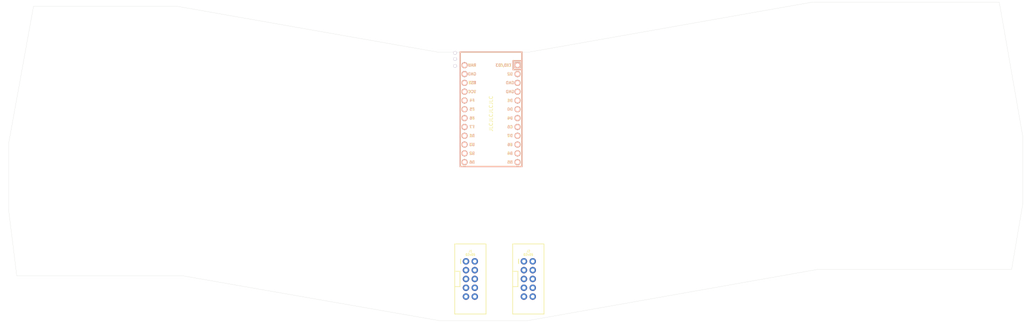
<source format=kicad_pcb>
(kicad_pcb (version 20171130) (host pcbnew 5.1.10)

  (general
    (thickness 1.6)
    (drawings 17)
    (tracks 0)
    (zones 0)
    (modules 4)
    (nets 24)
  )

  (page A4)
  (layers
    (0 F.Cu signal)
    (31 B.Cu signal)
    (32 B.Adhes user)
    (33 F.Adhes user)
    (34 B.Paste user)
    (35 F.Paste user)
    (36 B.SilkS user)
    (37 F.SilkS user)
    (38 B.Mask user)
    (39 F.Mask user)
    (40 Dwgs.User user)
    (41 Cmts.User user)
    (42 Eco1.User user)
    (43 Eco2.User user)
    (44 Edge.Cuts user)
    (45 Margin user)
    (46 B.CrtYd user)
    (47 F.CrtYd user)
    (48 B.Fab user)
    (49 F.Fab user)
  )

  (setup
    (last_trace_width 0.25)
    (trace_clearance 0.2)
    (zone_clearance 0.508)
    (zone_45_only no)
    (trace_min 0.2)
    (via_size 0.8)
    (via_drill 0.4)
    (via_min_size 0.4)
    (via_min_drill 0.3)
    (uvia_size 0.3)
    (uvia_drill 0.1)
    (uvias_allowed no)
    (uvia_min_size 0.2)
    (uvia_min_drill 0.1)
    (edge_width 0.05)
    (segment_width 0.2)
    (pcb_text_width 0.3)
    (pcb_text_size 1.5 1.5)
    (mod_edge_width 0.12)
    (mod_text_size 1 1)
    (mod_text_width 0.15)
    (pad_size 1.7526 2.0574)
    (pad_drill 1.0922)
    (pad_to_mask_clearance 0.051)
    (solder_mask_min_width 0.25)
    (aux_axis_origin 0 0)
    (visible_elements 7FFFFFFF)
    (pcbplotparams
      (layerselection 0x01000_7ffffffe)
      (usegerberextensions false)
      (usegerberattributes false)
      (usegerberadvancedattributes false)
      (creategerberjobfile false)
      (excludeedgelayer true)
      (linewidth 0.100000)
      (plotframeref false)
      (viasonmask false)
      (mode 1)
      (useauxorigin false)
      (hpglpennumber 1)
      (hpglpenspeed 20)
      (hpglpendiameter 15.000000)
      (psnegative false)
      (psa4output false)
      (plotreference true)
      (plotvalue true)
      (plotinvisibletext false)
      (padsonsilk false)
      (subtractmaskfromsilk false)
      (outputformat 3)
      (mirror false)
      (drillshape 0)
      (scaleselection 1)
      (outputdirectory "gerber/"))
  )

  (net 0 "")
  (net 1 COL0)
  (net 2 COL1)
  (net 3 COL2)
  (net 4 COL3)
  (net 5 COL4)
  (net 6 COL5)
  (net 7 COL6)
  (net 8 COL7)
  (net 9 COL8)
  (net 10 COL9)
  (net 11 ROW0)
  (net 12 ROW1)
  (net 13 ROW2)
  (net 14 ROW3)
  (net 15 COL10)
  (net 16 COL11)
  (net 17 COL12)
  (net 18 COL1A)
  (net 19 COL0A)
  (net 20 COL2A)
  (net 21 COL3A)
  (net 22 COL4A)
  (net 23 COL5A)

  (net_class Default "This is the default net class."
    (clearance 0.2)
    (trace_width 0.25)
    (via_dia 0.8)
    (via_drill 0.4)
    (uvia_dia 0.3)
    (uvia_drill 0.1)
    (add_net COL0)
    (add_net COL0A)
    (add_net COL1)
    (add_net COL10)
    (add_net COL11)
    (add_net COL12)
    (add_net COL1A)
    (add_net COL2)
    (add_net COL2A)
    (add_net COL3)
    (add_net COL3A)
    (add_net COL4)
    (add_net COL4A)
    (add_net COL5)
    (add_net COL5A)
    (add_net COL6)
    (add_net COL7)
    (add_net COL8)
    (add_net COL9)
    (add_net ROW0)
    (add_net ROW1)
    (add_net ROW2)
    (add_net ROW3)
  )

  (module footprints:promicro (layer B.Cu) (tedit 6007E776) (tstamp 5E28AA83)
    (at 138.7475 48.006 270)
    (path /5E2C8BA7)
    (fp_text reference U1 (at 0 -1.625 90) (layer B.SilkS) hide
      (effects (font (size 1.27 1.524) (thickness 0.2032)) (justify mirror))
    )
    (fp_text value ProMicro (at 0 0 90) (layer B.SilkS) hide
      (effects (font (size 1.27 1.524) (thickness 0.2032)) (justify mirror))
    )
    (fp_line (start -12.7 -6.35) (end -12.7 -8.89) (layer F.SilkS) (width 0.381))
    (fp_line (start -15.24 -6.35) (end -12.7 -6.35) (layer F.SilkS) (width 0.381))
    (fp_line (start -15.24 -8.89) (end 15.24 -8.89) (layer B.SilkS) (width 0.381))
    (fp_line (start 15.24 -8.89) (end 15.24 8.89) (layer B.SilkS) (width 0.381))
    (fp_line (start 15.24 8.89) (end -15.24 8.89) (layer B.SilkS) (width 0.381))
    (fp_line (start -15.24 -6.35) (end -12.7 -6.35) (layer B.SilkS) (width 0.381))
    (fp_line (start -12.7 -6.35) (end -12.7 -8.89) (layer B.SilkS) (width 0.381))
    (fp_poly (pts (xy -9.36064 4.931568) (xy -9.06064 4.931568) (xy -9.06064 4.831568) (xy -9.36064 4.831568)) (layer B.SilkS) (width 0.15))
    (fp_poly (pts (xy -8.96064 4.731568) (xy -8.86064 4.731568) (xy -8.86064 4.631568) (xy -8.96064 4.631568)) (layer B.SilkS) (width 0.15))
    (fp_poly (pts (xy -9.36064 4.931568) (xy -9.26064 4.931568) (xy -9.26064 4.431568) (xy -9.36064 4.431568)) (layer B.SilkS) (width 0.15))
    (fp_poly (pts (xy -9.36064 4.531568) (xy -8.56064 4.531568) (xy -8.56064 4.431568) (xy -9.36064 4.431568)) (layer B.SilkS) (width 0.15))
    (fp_poly (pts (xy -8.76064 4.931568) (xy -8.56064 4.931568) (xy -8.56064 4.831568) (xy -8.76064 4.831568)) (layer B.SilkS) (width 0.15))
    (fp_poly (pts (xy -8.95097 6.044635) (xy -8.85097 6.044635) (xy -8.85097 6.144635) (xy -8.95097 6.144635)) (layer F.SilkS) (width 0.15))
    (fp_poly (pts (xy -9.35097 6.244635) (xy -8.55097 6.244635) (xy -8.55097 6.344635) (xy -9.35097 6.344635)) (layer F.SilkS) (width 0.15))
    (fp_poly (pts (xy -8.75097 5.844635) (xy -8.55097 5.844635) (xy -8.55097 5.944635) (xy -8.75097 5.944635)) (layer F.SilkS) (width 0.15))
    (fp_poly (pts (xy -9.35097 5.844635) (xy -9.05097 5.844635) (xy -9.05097 5.944635) (xy -9.35097 5.944635)) (layer F.SilkS) (width 0.15))
    (fp_poly (pts (xy -9.35097 5.844635) (xy -9.25097 5.844635) (xy -9.25097 6.344635) (xy -9.35097 6.344635)) (layer F.SilkS) (width 0.15))
    (fp_line (start 15.24 8.89) (end -17.78 8.89) (layer F.SilkS) (width 0.381))
    (fp_line (start 15.24 -8.89) (end 15.24 8.89) (layer F.SilkS) (width 0.381))
    (fp_line (start -17.78 -8.89) (end 15.24 -8.89) (layer F.SilkS) (width 0.381))
    (fp_line (start -17.78 8.89) (end -17.78 -8.89) (layer F.SilkS) (width 0.381))
    (fp_line (start -15.24 8.89) (end -17.78 8.89) (layer B.SilkS) (width 0.381))
    (fp_line (start -17.78 8.89) (end -17.78 -8.89) (layer B.SilkS) (width 0.381))
    (fp_line (start -17.78 -8.89) (end -15.24 -8.89) (layer B.SilkS) (width 0.381))
    (fp_line (start -14.224 3.556) (end -14.224 -3.81) (layer Dwgs.User) (width 0.2))
    (fp_line (start -14.224 -3.81) (end -19.304 -3.81) (layer Dwgs.User) (width 0.2))
    (fp_line (start -19.304 -3.81) (end -19.304 3.556) (layer Dwgs.User) (width 0.2))
    (fp_line (start -19.304 3.556) (end -14.224 3.556) (layer Dwgs.User) (width 0.2))
    (fp_line (start -15.24 -6.35) (end -15.24 -8.89) (layer F.SilkS) (width 0.381))
    (fp_line (start -15.24 -6.35) (end -15.24 -8.89) (layer B.SilkS) (width 0.381))
    (fp_text user JLCJLCJLCJLC (at 0 0 90) (layer F.SilkS)
      (effects (font (size 1 1) (thickness 0.15)))
    )
    (fp_text user ST (at -8.91 5.04 180) (layer F.SilkS)
      (effects (font (size 0.8 0.8) (thickness 0.15)))
    )
    (fp_text user TX0/D3 (at -13.97 -3.571872 180) (layer B.SilkS)
      (effects (font (size 0.8 0.8) (thickness 0.15)) (justify mirror))
    )
    (fp_text user TX0/D3 (at -13.97 -3.571872 180) (layer F.SilkS)
      (effects (font (size 0.8 0.8) (thickness 0.15)))
    )
    (fp_text user D2 (at -11.43 -5.461 180) (layer B.SilkS)
      (effects (font (size 0.8 0.8) (thickness 0.15)) (justify mirror))
    )
    (fp_text user D0 (at -1.27 -5.461 180) (layer B.SilkS)
      (effects (font (size 0.8 0.8) (thickness 0.15)) (justify mirror))
    )
    (fp_text user D1 (at -3.81 -5.461 180) (layer B.SilkS)
      (effects (font (size 0.8 0.8) (thickness 0.15)) (justify mirror))
    )
    (fp_text user GND (at -6.35 -5.461 180) (layer B.SilkS)
      (effects (font (size 0.8 0.8) (thickness 0.15)) (justify mirror))
    )
    (fp_text user GND (at -8.89 -5.461 180) (layer B.SilkS)
      (effects (font (size 0.8 0.8) (thickness 0.15)) (justify mirror))
    )
    (fp_text user D4 (at 1.27 -5.461 180) (layer B.SilkS)
      (effects (font (size 0.8 0.8) (thickness 0.15)) (justify mirror))
    )
    (fp_text user C6 (at 3.81 -5.461 180) (layer B.SilkS)
      (effects (font (size 0.8 0.8) (thickness 0.15)) (justify mirror))
    )
    (fp_text user D7 (at 6.35 -5.461 180) (layer B.SilkS)
      (effects (font (size 0.8 0.8) (thickness 0.15)) (justify mirror))
    )
    (fp_text user E6 (at 8.89 -5.461 180) (layer B.SilkS)
      (effects (font (size 0.8 0.8) (thickness 0.15)) (justify mirror))
    )
    (fp_text user B4 (at 11.43 -5.461 180) (layer B.SilkS)
      (effects (font (size 0.8 0.8) (thickness 0.15)) (justify mirror))
    )
    (fp_text user B5 (at 13.97 -5.461 180) (layer B.SilkS)
      (effects (font (size 0.8 0.8) (thickness 0.15)) (justify mirror))
    )
    (fp_text user B6 (at 13.97 5.461 180) (layer B.SilkS)
      (effects (font (size 0.8 0.8) (thickness 0.15)) (justify mirror))
    )
    (fp_text user B2 (at 11.43 5.461 180) (layer F.SilkS)
      (effects (font (size 0.8 0.8) (thickness 0.15)))
    )
    (fp_text user B3 (at 8.89 5.461 180) (layer B.SilkS)
      (effects (font (size 0.8 0.8) (thickness 0.15)) (justify mirror))
    )
    (fp_text user B1 (at 6.35 5.461 180) (layer B.SilkS)
      (effects (font (size 0.8 0.8) (thickness 0.15)) (justify mirror))
    )
    (fp_text user F7 (at 3.81 5.461 180) (layer F.SilkS)
      (effects (font (size 0.8 0.8) (thickness 0.15)))
    )
    (fp_text user F6 (at 1.27 5.461 180) (layer F.SilkS)
      (effects (font (size 0.8 0.8) (thickness 0.15)))
    )
    (fp_text user F5 (at -1.27 5.461 180) (layer F.SilkS)
      (effects (font (size 0.8 0.8) (thickness 0.15)))
    )
    (fp_text user F4 (at -3.81 5.461 180) (layer B.SilkS)
      (effects (font (size 0.8 0.8) (thickness 0.15)) (justify mirror))
    )
    (fp_text user VCC (at -6.35 5.461 180) (layer B.SilkS)
      (effects (font (size 0.8 0.8) (thickness 0.15)) (justify mirror))
    )
    (fp_text user ST (at -8.92 5.73312 180) (layer B.SilkS)
      (effects (font (size 0.8 0.8) (thickness 0.15)) (justify mirror))
    )
    (fp_text user GND (at -11.43 5.461 180) (layer B.SilkS)
      (effects (font (size 0.8 0.8) (thickness 0.15)) (justify mirror))
    )
    (fp_text user RAW (at -13.97 5.461 180) (layer B.SilkS)
      (effects (font (size 0.8 0.8) (thickness 0.15)) (justify mirror))
    )
    (fp_text user RAW (at -13.97 5.461 180) (layer F.SilkS)
      (effects (font (size 0.8 0.8) (thickness 0.15)))
    )
    (fp_text user GND (at -11.43 5.461 180) (layer F.SilkS)
      (effects (font (size 0.8 0.8) (thickness 0.15)))
    )
    (fp_text user VCC (at -6.35 5.461 180) (layer F.SilkS)
      (effects (font (size 0.8 0.8) (thickness 0.15)))
    )
    (fp_text user F4 (at -3.81 5.461 180) (layer F.SilkS)
      (effects (font (size 0.8 0.8) (thickness 0.15)))
    )
    (fp_text user F5 (at -1.27 5.461 180) (layer B.SilkS)
      (effects (font (size 0.8 0.8) (thickness 0.15)) (justify mirror))
    )
    (fp_text user F6 (at 1.27 5.461 180) (layer B.SilkS)
      (effects (font (size 0.8 0.8) (thickness 0.15)) (justify mirror))
    )
    (fp_text user F7 (at 3.81 5.461 180) (layer B.SilkS)
      (effects (font (size 0.8 0.8) (thickness 0.15)) (justify mirror))
    )
    (fp_text user B1 (at 6.35 5.461 180) (layer F.SilkS)
      (effects (font (size 0.8 0.8) (thickness 0.15)))
    )
    (fp_text user B3 (at 8.89 5.461 180) (layer F.SilkS)
      (effects (font (size 0.8 0.8) (thickness 0.15)))
    )
    (fp_text user B2 (at 11.43 5.461 180) (layer B.SilkS)
      (effects (font (size 0.8 0.8) (thickness 0.15)) (justify mirror))
    )
    (fp_text user B6 (at 13.97 5.461 180) (layer F.SilkS)
      (effects (font (size 0.8 0.8) (thickness 0.15)))
    )
    (fp_text user B5 (at 13.97 -5.461 180) (layer F.SilkS)
      (effects (font (size 0.8 0.8) (thickness 0.15)))
    )
    (fp_text user B4 (at 11.43 -5.461 180) (layer F.SilkS)
      (effects (font (size 0.8 0.8) (thickness 0.15)))
    )
    (fp_text user E6 (at 8.89 -5.461 180) (layer F.SilkS)
      (effects (font (size 0.8 0.8) (thickness 0.15)))
    )
    (fp_text user D7 (at 6.35 -5.461 180) (layer F.SilkS)
      (effects (font (size 0.8 0.8) (thickness 0.15)))
    )
    (fp_text user C6 (at 3.81 -5.461 180) (layer F.SilkS)
      (effects (font (size 0.8 0.8) (thickness 0.15)))
    )
    (fp_text user D4 (at 1.27 -5.461 180) (layer F.SilkS)
      (effects (font (size 0.8 0.8) (thickness 0.15)))
    )
    (fp_text user GND (at -8.89 -5.461 180) (layer F.SilkS)
      (effects (font (size 0.8 0.8) (thickness 0.15)))
    )
    (fp_text user GND (at -6.35 -5.461 180) (layer F.SilkS)
      (effects (font (size 0.8 0.8) (thickness 0.15)))
    )
    (fp_text user D1 (at -3.81 -5.461 180) (layer F.SilkS)
      (effects (font (size 0.8 0.8) (thickness 0.15)))
    )
    (fp_text user D0 (at -1.27 -5.461 180) (layer F.SilkS)
      (effects (font (size 0.8 0.8) (thickness 0.15)))
    )
    (fp_text user D2 (at -11.43 -5.461 180) (layer F.SilkS)
      (effects (font (size 0.8 0.8) (thickness 0.15)))
    )
    (pad 24 thru_hole circle (at -13.97 7.62 270) (size 1.7526 1.7526) (drill 1.0922) (layers *.Cu *.SilkS *.Mask))
    (pad 12 thru_hole circle (at 13.97 -7.62 270) (size 1.7526 1.7526) (drill 1.0922) (layers *.Cu *.SilkS *.Mask)
      (net 19 COL0A))
    (pad 23 thru_hole circle (at -11.43 7.62 270) (size 1.7526 1.7526) (drill 1.0922) (layers *.Cu *.SilkS *.Mask))
    (pad 22 thru_hole circle (at -8.89 7.62 270) (size 1.7526 1.7526) (drill 1.0922) (layers *.Cu *.SilkS *.Mask))
    (pad 21 thru_hole circle (at -6.35 7.62 270) (size 1.7526 1.7526) (drill 1.0922) (layers *.Cu *.SilkS *.Mask))
    (pad 20 thru_hole circle (at -3.81 7.62 270) (size 1.7526 1.7526) (drill 1.0922) (layers *.Cu *.SilkS *.Mask)
      (net 13 ROW2))
    (pad 19 thru_hole circle (at -1.27 7.62 270) (size 1.7526 1.7526) (drill 1.0922) (layers *.Cu *.SilkS *.Mask)
      (net 14 ROW3))
    (pad 18 thru_hole circle (at 1.27 7.62 270) (size 1.7526 1.7526) (drill 1.0922) (layers *.Cu *.SilkS *.Mask)
      (net 18 COL1A))
    (pad 17 thru_hole circle (at 3.81 7.62 270) (size 1.7526 1.7526) (drill 1.0922) (layers *.Cu *.SilkS *.Mask)
      (net 20 COL2A))
    (pad 16 thru_hole circle (at 6.35 7.62 270) (size 1.7526 1.7526) (drill 1.0922) (layers *.Cu *.SilkS *.Mask)
      (net 21 COL3A))
    (pad 15 thru_hole circle (at 8.89 7.62 270) (size 1.7526 1.7526) (drill 1.0922) (layers *.Cu *.SilkS *.Mask)
      (net 22 COL4A))
    (pad 14 thru_hole circle (at 11.43 7.62 270) (size 1.7526 1.7526) (drill 1.0922) (layers *.Cu *.SilkS *.Mask)
      (net 23 COL5A))
    (pad 13 thru_hole circle (at 13.97 7.62 270) (size 1.7526 1.7526) (drill 1.0922) (layers *.Cu *.SilkS *.Mask))
    (pad 11 thru_hole circle (at 11.43 -7.62 270) (size 1.7526 1.7526) (drill 1.0922) (layers *.Cu *.SilkS *.Mask)
      (net 7 COL6))
    (pad 10 thru_hole circle (at 8.89 -7.62 270) (size 1.7526 1.7526) (drill 1.0922) (layers *.Cu *.SilkS *.Mask)
      (net 8 COL7))
    (pad 9 thru_hole circle (at 6.35 -7.62 270) (size 1.7526 1.7526) (drill 1.0922) (layers *.Cu *.SilkS *.Mask)
      (net 9 COL8))
    (pad 8 thru_hole circle (at 3.81 -7.62 270) (size 1.7526 1.7526) (drill 1.0922) (layers *.Cu *.SilkS *.Mask)
      (net 10 COL9))
    (pad 7 thru_hole circle (at 1.27 -7.62 270) (size 1.7526 1.7526) (drill 1.0922) (layers *.Cu *.SilkS *.Mask)
      (net 15 COL10))
    (pad 6 thru_hole circle (at -1.27 -7.62 270) (size 1.7526 1.7526) (drill 1.0922) (layers *.Cu *.SilkS *.Mask)
      (net 16 COL11))
    (pad 5 thru_hole circle (at -3.81 -7.62 270) (size 1.7526 1.7526) (drill 1.0922) (layers *.Cu *.SilkS *.Mask)
      (net 17 COL12))
    (pad 4 thru_hole circle (at -6.35 -7.62 270) (size 1.7526 1.7526) (drill 1.0922) (layers *.Cu *.SilkS *.Mask))
    (pad 3 thru_hole circle (at -8.89 -7.62 270) (size 1.7526 1.7526) (drill 1.0922) (layers *.Cu *.SilkS *.Mask))
    (pad 2 thru_hole circle (at -11.43 -7.62 270) (size 1.7526 1.7526) (drill 1.0922) (layers *.Cu *.SilkS *.Mask)
      (net 11 ROW0))
    (pad 1 thru_hole rect (at -13.97 -7.62 270) (size 1.7526 1.7526) (drill 1.0922) (layers *.Cu *.SilkS *.Mask)
      (net 12 ROW1))
    (model ${KIPRJMOD}/../3d-models/promicro.step
      (offset (xyz -1.89 0 -5.5))
      (scale (xyz 1 1 1))
      (rotate (xyz -90 0 0))
    )
  )

  (module footprints:connector-shrouded (layer F.Cu) (tedit 5EA53D36) (tstamp 5EA55D32)
    (at 132.804 95.631)
    (path /5EACFB03)
    (fp_text reference J1 (at 0 -8) (layer F.SilkS)
      (effects (font (size 0.6096 0.6096) (thickness 0.127)))
    )
    (fp_text value 02x05 (at 0 -7) (layer F.SilkS)
      (effects (font (size 0.6096 0.6096) (thickness 0.127)))
    )
    (fp_line (start -1.524 -4.826) (end -1.016 -4.826) (layer Dwgs.User) (width 0.06604))
    (fp_line (start -1.016 -4.826) (end -1.016 -5.334) (layer Dwgs.User) (width 0.06604))
    (fp_line (start -1.524 -5.334) (end -1.016 -5.334) (layer Dwgs.User) (width 0.06604))
    (fp_line (start -1.524 -4.826) (end -1.524 -5.334) (layer Dwgs.User) (width 0.06604))
    (fp_line (start 1.016 -4.826) (end 1.524 -4.826) (layer Dwgs.User) (width 0.06604))
    (fp_line (start 1.524 -4.826) (end 1.524 -5.334) (layer Dwgs.User) (width 0.06604))
    (fp_line (start 1.016 -5.334) (end 1.524 -5.334) (layer Dwgs.User) (width 0.06604))
    (fp_line (start 1.016 -4.826) (end 1.016 -5.334) (layer Dwgs.User) (width 0.06604))
    (fp_line (start 1.016 -2.286) (end 1.524 -2.286) (layer Dwgs.User) (width 0.06604))
    (fp_line (start 1.524 -2.286) (end 1.524 -2.794) (layer Dwgs.User) (width 0.06604))
    (fp_line (start 1.016 -2.794) (end 1.524 -2.794) (layer Dwgs.User) (width 0.06604))
    (fp_line (start 1.016 -2.286) (end 1.016 -2.794) (layer Dwgs.User) (width 0.06604))
    (fp_line (start -1.524 -2.286) (end -1.016 -2.286) (layer Dwgs.User) (width 0.06604))
    (fp_line (start -1.016 -2.286) (end -1.016 -2.794) (layer Dwgs.User) (width 0.06604))
    (fp_line (start -1.524 -2.794) (end -1.016 -2.794) (layer Dwgs.User) (width 0.06604))
    (fp_line (start -1.524 -2.286) (end -1.524 -2.794) (layer Dwgs.User) (width 0.06604))
    (fp_line (start 1.016 0.254) (end 1.524 0.254) (layer Dwgs.User) (width 0.06604))
    (fp_line (start 1.524 0.254) (end 1.524 -0.254) (layer Dwgs.User) (width 0.06604))
    (fp_line (start 1.016 -0.254) (end 1.524 -0.254) (layer Dwgs.User) (width 0.06604))
    (fp_line (start 1.016 0.254) (end 1.016 -0.254) (layer Dwgs.User) (width 0.06604))
    (fp_line (start -1.524 0.254) (end -1.016 0.254) (layer Dwgs.User) (width 0.06604))
    (fp_line (start -1.016 0.254) (end -1.016 -0.254) (layer Dwgs.User) (width 0.06604))
    (fp_line (start -1.524 -0.254) (end -1.016 -0.254) (layer Dwgs.User) (width 0.06604))
    (fp_line (start -1.524 0.254) (end -1.524 -0.254) (layer Dwgs.User) (width 0.06604))
    (fp_line (start 1.016 2.794) (end 1.524 2.794) (layer Dwgs.User) (width 0.06604))
    (fp_line (start 1.524 2.794) (end 1.524 2.286) (layer Dwgs.User) (width 0.06604))
    (fp_line (start 1.016 2.286) (end 1.524 2.286) (layer Dwgs.User) (width 0.06604))
    (fp_line (start 1.016 2.794) (end 1.016 2.286) (layer Dwgs.User) (width 0.06604))
    (fp_line (start -1.524 2.794) (end -1.016 2.794) (layer Dwgs.User) (width 0.06604))
    (fp_line (start -1.016 2.794) (end -1.016 2.286) (layer Dwgs.User) (width 0.06604))
    (fp_line (start -1.524 2.286) (end -1.016 2.286) (layer Dwgs.User) (width 0.06604))
    (fp_line (start -1.524 2.794) (end -1.524 2.286) (layer Dwgs.User) (width 0.06604))
    (fp_line (start 1.016 5.334) (end 1.524 5.334) (layer Dwgs.User) (width 0.06604))
    (fp_line (start 1.524 5.334) (end 1.524 4.826) (layer Dwgs.User) (width 0.06604))
    (fp_line (start 1.016 4.826) (end 1.524 4.826) (layer Dwgs.User) (width 0.06604))
    (fp_line (start 1.016 5.334) (end 1.016 4.826) (layer Dwgs.User) (width 0.06604))
    (fp_line (start -1.524 5.334) (end -1.016 5.334) (layer Dwgs.User) (width 0.06604))
    (fp_line (start -1.016 5.334) (end -1.016 4.826) (layer Dwgs.User) (width 0.06604))
    (fp_line (start -1.524 4.826) (end -1.016 4.826) (layer Dwgs.User) (width 0.06604))
    (fp_line (start -1.524 5.334) (end -1.524 4.826) (layer Dwgs.User) (width 0.06604))
    (fp_line (start -1.524 2.794) (end -1.016 2.794) (layer Dwgs.User) (width 0.06604))
    (fp_line (start -1.016 2.794) (end -1.016 2.286) (layer Dwgs.User) (width 0.06604))
    (fp_line (start -1.524 2.286) (end -1.016 2.286) (layer Dwgs.User) (width 0.06604))
    (fp_line (start -1.524 2.794) (end -1.524 2.286) (layer Dwgs.User) (width 0.06604))
    (fp_line (start 1.016 2.794) (end 1.524 2.794) (layer Dwgs.User) (width 0.06604))
    (fp_line (start 1.524 2.794) (end 1.524 2.286) (layer Dwgs.User) (width 0.06604))
    (fp_line (start 1.016 2.286) (end 1.524 2.286) (layer Dwgs.User) (width 0.06604))
    (fp_line (start 1.016 2.794) (end 1.016 2.286) (layer Dwgs.User) (width 0.06604))
    (fp_line (start -2.77368 -5.715) (end -2.77368 -4.445) (layer F.SilkS) (width 0.2032))
    (fp_line (start 4.49834 -10.09904) (end 4.49834 10.09904) (layer F.SilkS) (width 0.2032))
    (fp_line (start -4.49834 10.09904) (end -4.49834 2.19964) (layer F.SilkS) (width 0.2032))
    (fp_line (start -4.49834 2.19964) (end -4.49834 -2.19964) (layer F.SilkS) (width 0.2032))
    (fp_line (start -4.49834 -2.19964) (end -4.49834 -10.09904) (layer F.SilkS) (width 0.2032))
    (fp_line (start -4.49834 -10.09904) (end 4.39928 -10.09904) (layer F.SilkS) (width 0.2032))
    (fp_line (start 4.49834 10.09904) (end -4.49834 10.09904) (layer F.SilkS) (width 0.2032))
    (fp_line (start -3.39852 -8.99922) (end 3.39852 -8.99922) (layer Dwgs.User) (width 0.2032))
    (fp_line (start 3.39852 -8.99922) (end 3.39852 8.99922) (layer Dwgs.User) (width 0.2032))
    (fp_line (start -3.39852 8.99922) (end 3.39852 8.99922) (layer Dwgs.User) (width 0.2032))
    (fp_line (start -4.49834 -2.19964) (end -2.99974 -2.19964) (layer F.SilkS) (width 0.2032))
    (fp_line (start -2.99974 -2.19964) (end -2.99974 2.19964) (layer F.SilkS) (width 0.2032))
    (fp_line (start -2.99974 2.19964) (end -4.49834 2.19964) (layer F.SilkS) (width 0.2032))
    (fp_line (start -3.39852 -8.99922) (end -3.39852 -2.19964) (layer Dwgs.User) (width 0.2032))
    (fp_line (start -3.39852 8.99922) (end -3.39852 2.19964) (layer Dwgs.User) (width 0.2032))
    (fp_line (start -2.81178 -5.715) (end -2.81178 -4.445) (layer F.SilkS) (width 0.2032))
    (pad 10 thru_hole circle (at 1.27 5.08) (size 1.8796 1.8796) (drill 1.016) (layers *.Cu *.Mask)
      (net 2 COL1) (solder_mask_margin 0.1016))
    (pad 9 thru_hole circle (at -1.27 5.08) (size 1.8796 1.8796) (drill 1.016) (layers *.Cu *.Mask)
      (net 1 COL0) (solder_mask_margin 0.1016))
    (pad 8 thru_hole circle (at 1.27 2.54) (size 1.8796 1.8796) (drill 1.016) (layers *.Cu *.Mask)
      (net 3 COL2) (solder_mask_margin 0.1016))
    (pad 7 thru_hole circle (at -1.27 2.54) (size 1.8796 1.8796) (drill 1.016) (layers *.Cu *.Mask)
      (net 14 ROW3) (solder_mask_margin 0.1016))
    (pad 6 thru_hole circle (at 1.27 0) (size 1.8796 1.8796) (drill 1.016) (layers *.Cu *.Mask)
      (net 4 COL3) (solder_mask_margin 0.1016))
    (pad 5 thru_hole circle (at -1.27 0) (size 1.8796 1.8796) (drill 1.016) (layers *.Cu *.Mask)
      (net 13 ROW2) (solder_mask_margin 0.1016))
    (pad 4 thru_hole circle (at 1.27 -2.54) (size 1.8796 1.8796) (drill 1.016) (layers *.Cu *.Mask)
      (net 5 COL4) (solder_mask_margin 0.1016))
    (pad 3 thru_hole circle (at -1.27 -2.54) (size 1.8796 1.8796) (drill 1.016) (layers *.Cu *.Mask)
      (net 12 ROW1) (solder_mask_margin 0.1016))
    (pad 2 thru_hole circle (at 1.27 -5.08) (size 1.8796 1.8796) (drill 1.016) (layers *.Cu *.Mask)
      (net 6 COL5) (solder_mask_margin 0.1016))
    (pad 1 thru_hole circle (at -1.27 -5.08) (size 1.8796 1.8796) (drill 1.016) (layers *.Cu *.Mask)
      (net 11 ROW0) (solder_mask_margin 0.1016))
    (model ${KISYS3DMOD}/Connector_IDC.3dshapes/IDC-Header_2x05_P2.54mm_Vertical.wrl
      (offset (xyz -1.27 5.08 0))
      (scale (xyz 1 1 1))
      (rotate (xyz 0 0 0))
    )
  )

  (module footprints:connector-shrouded (layer F.Cu) (tedit 5EA53D36) (tstamp 5EA55CE4)
    (at 149.479 95.631)
    (path /5EACC766)
    (fp_text reference J2 (at 0 -8) (layer F.SilkS)
      (effects (font (size 0.6096 0.6096) (thickness 0.127)))
    )
    (fp_text value 02x05 (at 0 -7) (layer F.SilkS)
      (effects (font (size 0.6096 0.6096) (thickness 0.127)))
    )
    (fp_line (start -1.524 -4.826) (end -1.016 -4.826) (layer Dwgs.User) (width 0.06604))
    (fp_line (start -1.016 -4.826) (end -1.016 -5.334) (layer Dwgs.User) (width 0.06604))
    (fp_line (start -1.524 -5.334) (end -1.016 -5.334) (layer Dwgs.User) (width 0.06604))
    (fp_line (start -1.524 -4.826) (end -1.524 -5.334) (layer Dwgs.User) (width 0.06604))
    (fp_line (start 1.016 -4.826) (end 1.524 -4.826) (layer Dwgs.User) (width 0.06604))
    (fp_line (start 1.524 -4.826) (end 1.524 -5.334) (layer Dwgs.User) (width 0.06604))
    (fp_line (start 1.016 -5.334) (end 1.524 -5.334) (layer Dwgs.User) (width 0.06604))
    (fp_line (start 1.016 -4.826) (end 1.016 -5.334) (layer Dwgs.User) (width 0.06604))
    (fp_line (start 1.016 -2.286) (end 1.524 -2.286) (layer Dwgs.User) (width 0.06604))
    (fp_line (start 1.524 -2.286) (end 1.524 -2.794) (layer Dwgs.User) (width 0.06604))
    (fp_line (start 1.016 -2.794) (end 1.524 -2.794) (layer Dwgs.User) (width 0.06604))
    (fp_line (start 1.016 -2.286) (end 1.016 -2.794) (layer Dwgs.User) (width 0.06604))
    (fp_line (start -1.524 -2.286) (end -1.016 -2.286) (layer Dwgs.User) (width 0.06604))
    (fp_line (start -1.016 -2.286) (end -1.016 -2.794) (layer Dwgs.User) (width 0.06604))
    (fp_line (start -1.524 -2.794) (end -1.016 -2.794) (layer Dwgs.User) (width 0.06604))
    (fp_line (start -1.524 -2.286) (end -1.524 -2.794) (layer Dwgs.User) (width 0.06604))
    (fp_line (start 1.016 0.254) (end 1.524 0.254) (layer Dwgs.User) (width 0.06604))
    (fp_line (start 1.524 0.254) (end 1.524 -0.254) (layer Dwgs.User) (width 0.06604))
    (fp_line (start 1.016 -0.254) (end 1.524 -0.254) (layer Dwgs.User) (width 0.06604))
    (fp_line (start 1.016 0.254) (end 1.016 -0.254) (layer Dwgs.User) (width 0.06604))
    (fp_line (start -1.524 0.254) (end -1.016 0.254) (layer Dwgs.User) (width 0.06604))
    (fp_line (start -1.016 0.254) (end -1.016 -0.254) (layer Dwgs.User) (width 0.06604))
    (fp_line (start -1.524 -0.254) (end -1.016 -0.254) (layer Dwgs.User) (width 0.06604))
    (fp_line (start -1.524 0.254) (end -1.524 -0.254) (layer Dwgs.User) (width 0.06604))
    (fp_line (start 1.016 2.794) (end 1.524 2.794) (layer Dwgs.User) (width 0.06604))
    (fp_line (start 1.524 2.794) (end 1.524 2.286) (layer Dwgs.User) (width 0.06604))
    (fp_line (start 1.016 2.286) (end 1.524 2.286) (layer Dwgs.User) (width 0.06604))
    (fp_line (start 1.016 2.794) (end 1.016 2.286) (layer Dwgs.User) (width 0.06604))
    (fp_line (start -1.524 2.794) (end -1.016 2.794) (layer Dwgs.User) (width 0.06604))
    (fp_line (start -1.016 2.794) (end -1.016 2.286) (layer Dwgs.User) (width 0.06604))
    (fp_line (start -1.524 2.286) (end -1.016 2.286) (layer Dwgs.User) (width 0.06604))
    (fp_line (start -1.524 2.794) (end -1.524 2.286) (layer Dwgs.User) (width 0.06604))
    (fp_line (start 1.016 5.334) (end 1.524 5.334) (layer Dwgs.User) (width 0.06604))
    (fp_line (start 1.524 5.334) (end 1.524 4.826) (layer Dwgs.User) (width 0.06604))
    (fp_line (start 1.016 4.826) (end 1.524 4.826) (layer Dwgs.User) (width 0.06604))
    (fp_line (start 1.016 5.334) (end 1.016 4.826) (layer Dwgs.User) (width 0.06604))
    (fp_line (start -1.524 5.334) (end -1.016 5.334) (layer Dwgs.User) (width 0.06604))
    (fp_line (start -1.016 5.334) (end -1.016 4.826) (layer Dwgs.User) (width 0.06604))
    (fp_line (start -1.524 4.826) (end -1.016 4.826) (layer Dwgs.User) (width 0.06604))
    (fp_line (start -1.524 5.334) (end -1.524 4.826) (layer Dwgs.User) (width 0.06604))
    (fp_line (start -1.524 2.794) (end -1.016 2.794) (layer Dwgs.User) (width 0.06604))
    (fp_line (start -1.016 2.794) (end -1.016 2.286) (layer Dwgs.User) (width 0.06604))
    (fp_line (start -1.524 2.286) (end -1.016 2.286) (layer Dwgs.User) (width 0.06604))
    (fp_line (start -1.524 2.794) (end -1.524 2.286) (layer Dwgs.User) (width 0.06604))
    (fp_line (start 1.016 2.794) (end 1.524 2.794) (layer Dwgs.User) (width 0.06604))
    (fp_line (start 1.524 2.794) (end 1.524 2.286) (layer Dwgs.User) (width 0.06604))
    (fp_line (start 1.016 2.286) (end 1.524 2.286) (layer Dwgs.User) (width 0.06604))
    (fp_line (start 1.016 2.794) (end 1.016 2.286) (layer Dwgs.User) (width 0.06604))
    (fp_line (start -2.77368 -5.715) (end -2.77368 -4.445) (layer F.SilkS) (width 0.2032))
    (fp_line (start 4.49834 -10.09904) (end 4.49834 10.09904) (layer F.SilkS) (width 0.2032))
    (fp_line (start -4.49834 10.09904) (end -4.49834 2.19964) (layer F.SilkS) (width 0.2032))
    (fp_line (start -4.49834 2.19964) (end -4.49834 -2.19964) (layer F.SilkS) (width 0.2032))
    (fp_line (start -4.49834 -2.19964) (end -4.49834 -10.09904) (layer F.SilkS) (width 0.2032))
    (fp_line (start -4.49834 -10.09904) (end 4.39928 -10.09904) (layer F.SilkS) (width 0.2032))
    (fp_line (start 4.49834 10.09904) (end -4.49834 10.09904) (layer F.SilkS) (width 0.2032))
    (fp_line (start -3.39852 -8.99922) (end 3.39852 -8.99922) (layer Dwgs.User) (width 0.2032))
    (fp_line (start 3.39852 -8.99922) (end 3.39852 8.99922) (layer Dwgs.User) (width 0.2032))
    (fp_line (start -3.39852 8.99922) (end 3.39852 8.99922) (layer Dwgs.User) (width 0.2032))
    (fp_line (start -4.49834 -2.19964) (end -2.99974 -2.19964) (layer F.SilkS) (width 0.2032))
    (fp_line (start -2.99974 -2.19964) (end -2.99974 2.19964) (layer F.SilkS) (width 0.2032))
    (fp_line (start -2.99974 2.19964) (end -4.49834 2.19964) (layer F.SilkS) (width 0.2032))
    (fp_line (start -3.39852 -8.99922) (end -3.39852 -2.19964) (layer Dwgs.User) (width 0.2032))
    (fp_line (start -3.39852 8.99922) (end -3.39852 2.19964) (layer Dwgs.User) (width 0.2032))
    (fp_line (start -2.81178 -5.715) (end -2.81178 -4.445) (layer F.SilkS) (width 0.2032))
    (pad 10 thru_hole circle (at 1.27 5.08) (size 1.8796 1.8796) (drill 1.016) (layers *.Cu *.Mask)
      (net 18 COL1A) (solder_mask_margin 0.1016))
    (pad 9 thru_hole circle (at -1.27 5.08) (size 1.8796 1.8796) (drill 1.016) (layers *.Cu *.Mask)
      (net 19 COL0A) (solder_mask_margin 0.1016))
    (pad 8 thru_hole circle (at 1.27 2.54) (size 1.8796 1.8796) (drill 1.016) (layers *.Cu *.Mask)
      (net 20 COL2A) (solder_mask_margin 0.1016))
    (pad 7 thru_hole circle (at -1.27 2.54) (size 1.8796 1.8796) (drill 1.016) (layers *.Cu *.Mask)
      (net 14 ROW3) (solder_mask_margin 0.1016))
    (pad 6 thru_hole circle (at 1.27 0) (size 1.8796 1.8796) (drill 1.016) (layers *.Cu *.Mask)
      (net 21 COL3A) (solder_mask_margin 0.1016))
    (pad 5 thru_hole circle (at -1.27 0) (size 1.8796 1.8796) (drill 1.016) (layers *.Cu *.Mask)
      (net 13 ROW2) (solder_mask_margin 0.1016))
    (pad 4 thru_hole circle (at 1.27 -2.54) (size 1.8796 1.8796) (drill 1.016) (layers *.Cu *.Mask)
      (net 22 COL4A) (solder_mask_margin 0.1016))
    (pad 3 thru_hole circle (at -1.27 -2.54) (size 1.8796 1.8796) (drill 1.016) (layers *.Cu *.Mask)
      (net 12 ROW1) (solder_mask_margin 0.1016))
    (pad 2 thru_hole circle (at 1.27 -5.08) (size 1.8796 1.8796) (drill 1.016) (layers *.Cu *.Mask)
      (net 23 COL5A) (solder_mask_margin 0.1016))
    (pad 1 thru_hole circle (at -1.27 -5.08) (size 1.8796 1.8796) (drill 1.016) (layers *.Cu *.Mask)
      (net 11 ROW0) (solder_mask_margin 0.1016))
    (model ${KISYS3DMOD}/Connector_IDC.3dshapes/IDC-Header_2x05_P2.54mm_Vertical.wrl
      (offset (xyz -1.27 5.08 0))
      (scale (xyz 1 1 1))
      (rotate (xyz 0 0 0))
    )
  )

  (module footprints:hole-three-bigger (layer F.Cu) (tedit 6006A127) (tstamp 6007E48E)
    (at 128.4 33 90)
    (path /6019E7BD)
    (fp_text reference H3 (at 0 0 90) (layer F.SilkS) hide
      (effects (font (size 1.27 1.27) (thickness 0.15)))
    )
    (fp_text value MountingHole (at 0 0 90) (layer F.SilkS) hide
      (effects (font (size 1.27 1.27) (thickness 0.15)))
    )
    (pad "" thru_hole circle (at 2.5 0 90) (size 1 1) (drill 1) (layers *.Cu *.Mask))
    (pad "" thru_hole circle (at 0.75 0 90) (size 1 1) (drill 1) (layers *.Cu *.Mask))
    (pad "" thru_hole circle (at -1.25 0 90) (size 1 1) (drill 1) (layers *.Cu *.Mask))
  )

  (gr_line (start 291.7825 54.737) (end 284.988 15.875) (layer Edge.Cuts) (width 0.05))
  (gr_line (start 123.571 30.2895) (end 129.5 30.2895) (layer Edge.Cuts) (width 0.05))
  (gr_line (start -0.0635 56.642) (end -0.0635 75.692) (layer Edge.Cuts) (width 0.05))
  (gr_line (start 291.7825 73.787) (end 291.7825 54.737) (layer Edge.Cuts) (width 0.05) (tstamp 6006C84C))
  (gr_line (start 48.1965 17.018) (end 7.112 17.018) (layer Edge.Cuts) (width 0.05))
  (gr_line (start 123.571 30.2895) (end 48.1965 17.018) (layer Edge.Cuts) (width 0.05))
  (gr_line (start 149.479 30.2895) (end 129.5 30.2895) (layer Edge.Cuts) (width 0.05))
  (gr_line (start 149.479 30.2895) (end 231.0765 15.875) (layer Edge.Cuts) (width 0.05))
  (gr_line (start 124.206 107.696) (end 148.971 107.696) (layer Edge.Cuts) (width 0.05))
  (gr_line (start 284.988 15.875) (end 231.0765 15.875) (layer Edge.Cuts) (width 0.05))
  (gr_line (start 288.544 92.837) (end 291.7825 73.787) (layer Edge.Cuts) (width 0.05))
  (gr_line (start 232.918 92.837) (end 288.544 92.837) (layer Edge.Cuts) (width 0.05))
  (gr_line (start 148.971 107.696) (end 232.918 92.837) (layer Edge.Cuts) (width 0.05))
  (gr_line (start 50.165 94.742) (end 2.286 94.742) (layer Edge.Cuts) (width 0.05) (tstamp 6006ACED))
  (gr_line (start 124.206 107.696) (end 50.165 94.742) (layer Edge.Cuts) (width 0.05))
  (gr_line (start -0.0635 75.692) (end 2.286 94.742) (layer Edge.Cuts) (width 0.05))
  (gr_line (start 7.112 17.018) (end -0.0635 56.642) (layer Edge.Cuts) (width 0.05))

  (zone (net 0) (net_name "") (layer F.Cu) (tstamp 6131B951) (hatch edge 0.508)
    (connect_pads (clearance 0.508))
    (min_thickness 0.254)
    (fill yes (arc_segments 32) (thermal_gap 0.508) (thermal_bridge_width 0.508))
    (polygon
      (pts
        (xy 292.1 109.22) (xy -2.54 109.22) (xy -2.54 15.24) (xy 292.1 15.24)
      )
    )
  )
  (zone (net 0) (net_name "") (layer B.Cu) (tstamp 6131B94E) (hatch edge 0.508)
    (connect_pads (clearance 0.508))
    (min_thickness 0.254)
    (fill yes (arc_segments 32) (thermal_gap 0.508) (thermal_bridge_width 0.508))
    (polygon
      (pts
        (xy 292.1 109.22) (xy -2.54 109.22) (xy -2.54 15.24) (xy 292.1 15.24)
      )
    )
  )
)

</source>
